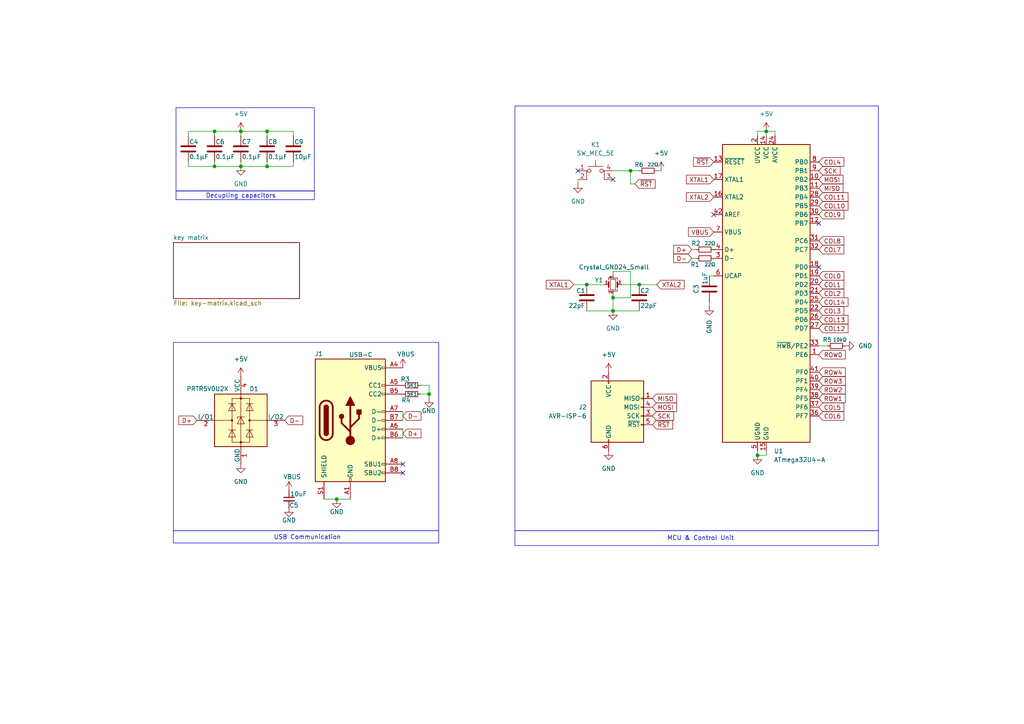
<source format=kicad_sch>
(kicad_sch (version 20231120) (generator "eeschema") (generator_version "8.0")
  (paper "A4")
  (title_block (title "InnoKB-x1") (date "2024-05-13") (rev "0") (company "Black Mesa Research Facility"))
  (lib_symbols
    (symbol "Connector:AVR-ISP-6" (pin_names (offset 1.016))
      (property "Reference" "J" (at -6.35 11.43 0))
      (property "Value" "AVR-ISP-6" (at 0 11.43 0))
      (symbol "AVR-ISP-6_0_1"
        (rectangle (start -2.667 -6.858) (end -2.413 -7.62))
        (rectangle (start -2.667 10.16) (end -2.413 9.398))
        (rectangle (start 7.62 -2.413) (end 6.858 -2.667))
        (rectangle (start 7.62 0.127) (end 6.858 -0.127))
        (rectangle (start 7.62 2.667) (end 6.858 2.413))
        (rectangle (start 7.62 5.207) (end 6.858 4.953))
        (rectangle (start 7.62 10.16) (end -7.62 -7.62) (stroke (width 0.254)) (fill (type background)))
      )
      (symbol "AVR-ISP-6_1_1"
        (pin passive line (at 10.16 5.08 180) (length 2.54) (name "MISO") (number "1"))
        (pin passive line (at -2.54 12.7 270) (length 2.54) (name "VCC") (number "2"))
        (pin passive line (at 10.16 0 180) (length 2.54) (name "SCK") (number "3"))
        (pin passive line (at 10.16 2.54 180) (length 2.54) (name "MOSI") (number "4"))
        (pin passive line (at 10.16 -2.54 180) (length 2.54) (name "~{RST}") (number "5"))
        (pin passive line (at -2.54 -10.16 90) (length 2.54) (name "GND") (number "6"))
      )
    )
    (symbol "Connector:USB_C_Receptacle_USB2.0" (pin_names (offset 1.016))
      (property "Reference" "J" (at -10.16 19.05 0))
      (property "Value" "USB_C_Receptacle_USB2.0" (at 19.05 19.05 0))
      (symbol "USB_C_Receptacle_USB2.0_0_0"
        (rectangle (start -0.254 -17.78) (end 0.254 -16.764))
        (rectangle (start 10.16 -14.986) (end 9.144 -15.494))
        (rectangle (start 10.16 -12.446) (end 9.144 -12.954))
        (rectangle (start 10.16 -4.826) (end 9.144 -5.334))
        (rectangle (start 10.16 -2.286) (end 9.144 -2.794))
        (rectangle (start 10.16 0.254) (end 9.144 -0.254))
        (rectangle (start 10.16 2.794) (end 9.144 2.286))
        (rectangle (start 10.16 7.874) (end 9.144 7.366))
        (rectangle (start 10.16 10.414) (end 9.144 9.906))
        (rectangle (start 10.16 15.494) (end 9.144 14.986))
      )
      (symbol "USB_C_Receptacle_USB2.0_0_1"
        (rectangle (start -10.16 17.78) (end 10.16 -17.78) (stroke (width 0.254)) (fill (type background)))
        (arc (start -8.89 -3.81) (mid -6.985 -5.7067) (end -5.08 -3.81) (stroke (width 0.508)))
        (arc (start -7.62 -3.81) (mid -6.985 -4.4423) (end -6.35 -3.81) (stroke (width 0.254)))
        (arc (start -7.62 -3.81) (mid -6.985 -4.4423) (end -6.35 -3.81) (stroke (width 0.254)) (fill (type outline)))
        (rectangle (start -7.62 -3.81) (end -6.35 3.81) (stroke (width 0.254)) (fill (type outline)))
        (arc (start -6.35 3.81) (mid -6.985 4.4423) (end -7.62 3.81) (stroke (width 0.254)))
        (arc (start -6.35 3.81) (mid -6.985 4.4423) (end -7.62 3.81) (stroke (width 0.254)) (fill (type outline)))
        (arc (start -5.08 3.81) (mid -6.985 5.7067) (end -8.89 3.81) (stroke (width 0.508)))
        (circle (center -2.54 1.143) (radius 0.635) (stroke (width 0.254)) (fill (type outline)))
        (circle (center 0 -5.842) (radius 1.27) (fill (type outline)))
        (polyline (pts (xy -8.89 -3.81) (xy -8.89 3.81)) (stroke (width 0.508)))
        (polyline (pts (xy -5.08 3.81) (xy -5.08 -3.81)) (stroke (width 0.508)))
        (polyline (pts (xy 0 -5.842) (xy 0 4.318)) (stroke (width 0.508)))
        (polyline (pts (xy 0 -3.302) (xy -2.54 -0.762) (xy -2.54 0.508)) (stroke (width 0.508)))
        (polyline (pts (xy 0 -2.032) (xy 2.54 0.508) (xy 2.54 1.778)) (stroke (width 0.508)))
        (polyline (pts (xy -1.27 4.318) (xy 0 6.858) (xy 1.27 4.318) (xy -1.27 4.318)) (stroke (width 0.254)) (fill (type outline)))
        (rectangle (start 1.905 1.778) (end 3.175 3.048) (stroke (width 0.254)) (fill (type outline)))
      )
      (symbol "USB_C_Receptacle_USB2.0_1_1"
        (pin passive line (at 0 -22.86 90) (length 5.08) (name "GND") (number "A1"))
        (pin passive line (at 0 -22.86 90) (length 5.08) hide (name "GND") (number "A12"))
        (pin passive line (at 15.24 15.24 180) (length 5.08) (name "VBUS") (number "A4"))
        (pin bidirectional line (at 15.24 10.16 180) (length 5.08) (name "CC1") (number "A5"))
        (pin bidirectional line (at 15.24 -2.54 180) (length 5.08) (name "D+") (number "A6"))
        (pin bidirectional line (at 15.24 2.54 180) (length 5.08) (name "D-") (number "A7"))
        (pin bidirectional line (at 15.24 -12.7 180) (length 5.08) (name "SBU1") (number "A8"))
        (pin passive line (at 15.24 15.24 180) (length 5.08) hide (name "VBUS") (number "A9"))
        (pin passive line (at 0 -22.86 90) (length 5.08) hide (name "GND") (number "B1"))
        (pin passive line (at 0 -22.86 90) (length 5.08) hide (name "GND") (number "B12"))
        (pin passive line (at 15.24 15.24 180) (length 5.08) hide (name "VBUS") (number "B4"))
        (pin bidirectional line (at 15.24 7.62 180) (length 5.08) (name "CC2") (number "B5"))
        (pin bidirectional line (at 15.24 -5.08 180) (length 5.08) (name "D+") (number "B6"))
        (pin bidirectional line (at 15.24 0 180) (length 5.08) (name "D-") (number "B7"))
        (pin bidirectional line (at 15.24 -15.24 180) (length 5.08) (name "SBU2") (number "B8"))
        (pin passive line (at 15.24 15.24 180) (length 5.08) hide (name "VBUS") (number "B9"))
        (pin passive line (at -7.62 -22.86 90) (length 5.08) (name "SHIELD") (number "S1"))
      )
    )
    (symbol "Device:C" (pin_numbers hide) (pin_names (offset 0.254))
      (property "Reference" "C" (at 0.635 2.54 0))
      (property "Value" "C" (at 0.635 -2.54 0))
      (symbol "C_0_1"
        (polyline (pts (xy -2.032 -0.762) (xy 2.032 -0.762)) (stroke (width 0.508)))
        (polyline (pts (xy -2.032 0.762) (xy 2.032 0.762)) (stroke (width 0.508)))
      )
      (symbol "C_1_1"
        (pin passive line (at 0 3.81 270) (length 2.794) (name "~") (number "1"))
        (pin passive line (at 0 -3.81 90) (length 2.794) (name "~") (number "2"))
      )
    )
    (symbol "Device:C_Small" (pin_numbers hide) (pin_names (offset 0.254) hide)
      (property "Reference" "C" (at 0.254 1.778 0))
      (property "Value" "C_Small" (at 0.254 -2.032 0))
      (symbol "C_Small_0_1"
        (polyline (pts (xy -1.524 -0.508) (xy 1.524 -0.508)) (stroke (width 0.3302)))
        (polyline (pts (xy -1.524 0.508) (xy 1.524 0.508)) (stroke (width 0.3048)))
      )
      (symbol "C_Small_1_1"
        (pin passive line (at 0 2.54 270) (length 2.032) (name "~") (number "1"))
        (pin passive line (at 0 -2.54 90) (length 2.032) (name "~") (number "2"))
      )
    )
    (symbol "Device:Crystal_GND24_Small" (pin_names (offset 1.016) hide)
      (property "Reference" "Y" (at 1.27 4.445 0))
      (property "Value" "Crystal_GND24_Small" (at 1.27 2.54 0))
      (symbol "Crystal_GND24_Small_0_1"
        (rectangle (start -0.762 -1.524) (end 0.762 1.524))
        (polyline (pts (xy -1.27 -0.762) (xy -1.27 0.762)) (stroke (width 0.381)))
        (polyline (pts (xy 1.27 -0.762) (xy 1.27 0.762)) (stroke (width 0.381)))
        (polyline (pts (xy -1.27 -1.27) (xy -1.27 -1.905) (xy 1.27 -1.905) (xy 1.27 -1.27)))
        (polyline (pts (xy -1.27 1.27) (xy -1.27 1.905) (xy 1.27 1.905) (xy 1.27 1.27)))
      )
      (symbol "Crystal_GND24_Small_1_1"
        (pin passive line (at -2.54 0 0) (length 1.27) (name "1") (number "1"))
        (pin passive line (at 0 -2.54 90) (length 0.635) (name "2") (number "2"))
        (pin passive line (at 2.54 0 180) (length 1.27) (name "3") (number "3"))
        (pin passive line (at 0 2.54 270) (length 0.635) (name "4") (number "4"))
      )
    )
    (symbol "Device:R_Small" (pin_numbers hide) (pin_names (offset 0.254) hide)
      (property "Reference" "R" (at 0.762 0.508 0))
      (property "Value" "R_Small" (at 0.762 -1.016 0))
      (symbol "R_Small_0_1"
        (rectangle (start -0.762 1.778) (end 0.762 -1.778) (stroke (width 0.2032)))
      )
      (symbol "R_Small_1_1"
        (pin passive line (at 0 2.54 270) (length 0.762) (name "~") (number "1"))
        (pin passive line (at 0 -2.54 90) (length 0.762) (name "~") (number "2"))
      )
    )
    (symbol "MCU_Microchip_ATmega:ATmega32U4-A"
      (property "Reference" "U" (at -12.7 44.45 0))
      (property "Value" "ATmega32U4-A" (at 2.54 -44.45 0))
      (symbol "ATmega32U4-A_0_1"
        (rectangle (start -12.7 -43.18) (end 12.7 43.18) (stroke (width 0.254)) (fill (type background)))
      )
      (symbol "ATmega32U4-A_1_1"
        (pin bidirectional line (at 15.24 -17.78 180) (length 2.54) (name "PE6") (number "1"))
        (pin bidirectional line (at 15.24 33.02 180) (length 2.54) (name "PB2") (number "10"))
        (pin bidirectional line (at 15.24 30.48 180) (length 2.54) (name "PB3") (number "11"))
        (pin bidirectional line (at 15.24 20.32 180) (length 2.54) (name "PB7") (number "12"))
        (pin input line (at -15.24 38.1 0) (length 2.54) (name "~{RESET}") (number "13"))
        (pin power_in line (at 0 45.72 270) (length 2.54) (name "VCC") (number "14"))
        (pin power_in line (at 0 -45.72 90) (length 2.54) (name "GND") (number "15"))
        (pin output line (at -15.24 27.94 0) (length 2.54) (name "XTAL2") (number "16"))
        (pin input line (at -15.24 33.02 0) (length 2.54) (name "XTAL1") (number "17"))
        (pin bidirectional line (at 15.24 7.62 180) (length 2.54) (name "PD0") (number "18"))
        (pin bidirectional line (at 15.24 5.08 180) (length 2.54) (name "PD1") (number "19"))
        (pin power_in line (at -2.54 45.72 270) (length 2.54) (name "UVCC") (number "2"))
        (pin bidirectional line (at 15.24 2.54 180) (length 2.54) (name "PD2") (number "20"))
        (pin bidirectional line (at 15.24 0 180) (length 2.54) (name "PD3") (number "21"))
        (pin bidirectional line (at 15.24 -5.08 180) (length 2.54) (name "PD5") (number "22"))
        (pin passive line (at 0 -45.72 90) (length 2.54) hide (name "GND") (number "23"))
        (pin power_in line (at 2.54 45.72 270) (length 2.54) (name "AVCC") (number "24"))
        (pin bidirectional line (at 15.24 -2.54 180) (length 2.54) (name "PD4") (number "25"))
        (pin bidirectional line (at 15.24 -7.62 180) (length 2.54) (name "PD6") (number "26"))
        (pin bidirectional line (at 15.24 -10.16 180) (length 2.54) (name "PD7") (number "27"))
        (pin bidirectional line (at 15.24 27.94 180) (length 2.54) (name "PB4") (number "28"))
        (pin bidirectional line (at 15.24 25.4 180) (length 2.54) (name "PB5") (number "29"))
        (pin bidirectional line (at -15.24 10.16 0) (length 2.54) (name "D-") (number "3"))
        (pin bidirectional line (at 15.24 22.86 180) (length 2.54) (name "PB6") (number "30"))
        (pin bidirectional line (at 15.24 15.24 180) (length 2.54) (name "PC6") (number "31"))
        (pin bidirectional line (at 15.24 12.7 180) (length 2.54) (name "PC7") (number "32"))
        (pin bidirectional line (at 15.24 -15.24 180) (length 2.54) (name "~{HWB}/PE2") (number "33"))
        (pin passive line (at 0 45.72 270) (length 2.54) hide (name "VCC") (number "34"))
        (pin passive line (at 0 -45.72 90) (length 2.54) hide (name "GND") (number "35"))
        (pin bidirectional line (at 15.24 -35.56 180) (length 2.54) (name "PF7") (number "36"))
        (pin bidirectional line (at 15.24 -33.02 180) (length 2.54) (name "PF6") (number "37"))
        (pin bidirectional line (at 15.24 -30.48 180) (length 2.54) (name "PF5") (number "38"))
        (pin bidirectional line (at 15.24 -27.94 180) (length 2.54) (name "PF4") (number "39"))
        (pin bidirectional line (at -15.24 12.7 0) (length 2.54) (name "D+") (number "4"))
        (pin bidirectional line (at 15.24 -25.4 180) (length 2.54) (name "PF1") (number "40"))
        (pin bidirectional line (at 15.24 -22.86 180) (length 2.54) (name "PF0") (number "41"))
        (pin passive line (at -15.24 22.86 0) (length 2.54) (name "AREF") (number "42"))
        (pin passive line (at 0 -45.72 90) (length 2.54) hide (name "GND") (number "43"))
        (pin passive line (at 2.54 45.72 270) (length 2.54) hide (name "AVCC") (number "44"))
        (pin passive line (at -2.54 -45.72 90) (length 2.54) (name "UGND") (number "5"))
        (pin passive line (at -15.24 5.08 0) (length 2.54) (name "UCAP") (number "6"))
        (pin input line (at -15.24 17.78 0) (length 2.54) (name "VBUS") (number "7"))
        (pin bidirectional line (at 15.24 38.1 180) (length 2.54) (name "PB0") (number "8"))
        (pin bidirectional line (at 15.24 35.56 180) (length 2.54) (name "PB1") (number "9"))
      )
    )
    (symbol "Power_Protection:PRTR5V0U2X" (pin_names (offset 0))
      (property "Reference" "D" (at 2.794 8.636 0))
      (property "Value" "PRTR5V0U2X" (at 8.128 -9.398 0))
      (symbol "PRTR5V0U2X_0_1"
        (rectangle (start -7.62 -7.62) (end 7.62 7.62) (stroke (width 0.254)) (fill (type background)))
        (circle (center -2.54 0) (radius 0.254) (fill (type outline)))
        (rectangle (start -2.54 6.35) (end 2.54 -6.35))
        (circle (center 0 -6.35) (radius 0.254) (fill (type outline)))
        (polyline (pts (xy -2.54 0) (xy -7.62 0)))
        (polyline (pts (xy -1.524 -2.794) (xy -3.556 -2.794)))
        (polyline (pts (xy -1.524 4.826) (xy -3.556 4.826)))
        (polyline (pts (xy 0 -7.62) (xy 0 7.62)))
        (polyline (pts (xy 1.524 -2.794) (xy 3.556 -2.794)))
        (polyline (pts (xy 1.524 4.826) (xy 3.556 4.826)))
        (polyline (pts (xy 2.54 0) (xy 7.62 0)))
        (polyline (pts (xy 1.016 1.016) (xy -1.016 1.016) (xy -1.016 0.508)))
        (polyline (pts (xy -3.556 -4.826) (xy -1.524 -4.826) (xy -2.54 -2.794) (xy -3.556 -4.826)))
        (polyline (pts (xy -3.556 2.794) (xy -1.524 2.794) (xy -2.54 4.826) (xy -3.556 2.794)))
        (polyline (pts (xy -1.016 -1.016) (xy 1.016 -1.016) (xy 0 1.016) (xy -1.016 -1.016)))
        (polyline (pts (xy 3.556 -4.826) (xy 1.524 -4.826) (xy 2.54 -2.794) (xy 3.556 -4.826)))
        (polyline (pts (xy 3.556 2.794) (xy 1.524 2.794) (xy 2.54 4.826) (xy 3.556 2.794)))
        (circle (center 0 6.35) (radius 0.254) (fill (type outline)))
        (circle (center 2.54 0) (radius 0.254) (fill (type outline)))
      )
      (symbol "PRTR5V0U2X_1_1"
        (pin passive line (at 0 -12.7 90) (length 5.08) (name "GND") (number "1"))
        (pin passive line (at -12.7 0 0) (length 5.08) (name "I/O1") (number "2"))
        (pin passive line (at 12.7 0 180) (length 5.08) (name "I/O2") (number "3"))
        (pin passive line (at 0 12.7 270) (length 5.08) (name "VCC") (number "4"))
      )
    )
    (symbol "Switch:SW_MEC_5E" (pin_names (offset 1.016) hide)
      (property "Reference" "SW" (at 0.635 5.715 0))
      (property "Value" "SW_MEC_5E" (at 0 -3.175 0))
      (symbol "SW_MEC_5E_0_1"
        (circle (center -1.778 2.54) (radius 0.508))
        (polyline (pts (xy -2.286 3.81) (xy 2.286 3.81)))
        (polyline (pts (xy 0 3.81) (xy 0 5.588)))
        (polyline (pts (xy -2.54 0) (xy -2.54 2.54) (xy -2.286 2.54)))
        (polyline (pts (xy 2.54 0) (xy 2.54 2.54) (xy 2.286 2.54)))
        (circle (center 1.778 2.54) (radius 0.508))
        (pin passive line (at -5.08 2.54 0) (length 2.54) (name "1") (number "1"))
        (pin passive line (at -5.08 0 0) (length 2.54) (name "2") (number "2"))
        (pin passive line (at 5.08 0 180) (length 2.54) (name "K") (number "3"))
        (pin passive line (at 5.08 2.54 180) (length 2.54) (name "A") (number "4"))
      )
    )
    (symbol "power:+5V" (power) (pin_numbers hide) (pin_names (offset 0) hide)
      (property "Value" "+5V" (at 0 3.556 0))
      (symbol "+5V_0_1"
        (polyline (pts (xy -0.762 1.27) (xy 0 2.54)))
        (polyline (pts (xy 0 0) (xy 0 2.54)))
        (polyline (pts (xy 0 2.54) (xy 0.762 1.27)))
      )
      (symbol "+5V_1_1"
        (pin power_in line (at 0 0 90) (length 0) (name "~") (number "1"))
      )
    )
    (symbol "power:GND" (power) (pin_numbers hide) (pin_names (offset 0) hide)
      (property "Value" "GND" (at 0 -3.81 0))
      (symbol "GND_0_1"
        (polyline (pts (xy 0 0) (xy 0 -1.27) (xy 1.27 -1.27) (xy 0 -2.54) (xy -1.27 -1.27) (xy 0 -1.27)))
      )
      (symbol "GND_1_1"
        (pin power_in line (at 0 0 270) (length 0) (name "~") (number "1"))
      )
    )
    (symbol "power:VBUS" (power) (pin_names (offset 0))
      (property "Value" "VBUS" (at 0 3.81 0))
      (symbol "VBUS_0_1"
        (polyline (pts (xy -0.762 1.27) (xy 0 2.54)))
        (polyline (pts (xy 0 0) (xy 0 2.54)))
        (polyline (pts (xy 0 2.54) (xy 0.762 1.27)))
      )
      (symbol "VBUS_1_1"
        (pin power_in line (at 0 0 90) (length 0) hide (name "VBUS") (number "1"))
      )
    )
  )
  (junction (at 222.25 38.1))
  (junction (at 62.23 38.1))
  (junction (at 124.46 114.3))
  (junction (at 177.8 90.17))
  (junction (at 185.42 82.55))
  (junction (at 170.18 82.55))
  (junction (at 97.663 144.78))
  (junction (at 69.85 48.26))
  (junction (at 219.71 132.08))
  (junction (at 77.47 48.26))
  (junction (at 77.47 38.1))
  (junction (at 177.8 86.36))
  (junction (at 182.88 49.53))
  (junction (at 69.85 38.1))
  (junction (at 62.23 48.26))
  (no_connect (at 177.8 52.07))
  (no_connect (at 116.84 134.62))
  (no_connect (at 207.01 62.23))
  (no_connect (at 237.49 77.47))
  (no_connect (at 167.64 49.53))
  (no_connect (at 237.49 64.77))
  (no_connect (at 116.84 137.16))
  (wire (pts (xy 54.61 48.26) (xy 62.23 48.26)))
  (wire (pts (xy 222.25 38.1) (xy 222.25 39.37)))
  (wire (pts (xy 54.61 38.1) (xy 62.23 38.1)))
  (wire (pts (xy 185.42 82.55) (xy 190.5 82.55)))
  (wire (pts (xy 182.88 78.74) (xy 182.88 86.36)))
  (wire (pts (xy 222.25 132.08) (xy 219.71 132.08)))
  (wire (pts (xy 69.85 38.1) (xy 77.47 38.1)))
  (wire (pts (xy 205.74 87.63) (xy 205.74 88.9)))
  (wire (pts (xy 124.46 111.76) (xy 121.92 111.76)))
  (wire (pts (xy 62.23 38.1) (xy 69.85 38.1)))
  (wire (pts (xy 93.98 144.78) (xy 97.663 144.78)))
  (wire (pts (xy 224.79 38.1) (xy 224.79 39.37)))
  (wire (pts (xy 85.09 38.1) (xy 85.09 39.37)))
  (wire (pts (xy 184.15 53.34) (xy 182.88 53.34)))
  (wire (pts (xy 219.71 132.08) (xy 219.71 130.81)))
  (wire (pts (xy 177.8 78.74) (xy 182.88 78.74)))
  (wire (pts (xy 124.46 114.3) (xy 121.92 114.3)))
  (wire (pts (xy 54.61 39.37) (xy 54.61 38.1)))
  (wire (pts (xy 62.23 46.99) (xy 62.23 48.26)))
  (wire (pts (xy 124.46 111.76) (xy 124.46 114.3)))
  (wire (pts (xy 222.25 130.81) (xy 222.25 132.08)))
  (wire (pts (xy 219.71 38.1) (xy 219.71 39.37)))
  (wire (pts (xy 182.88 49.53) (xy 182.88 53.34)))
  (wire (pts (xy 167.64 52.07) (xy 167.64 53.34)))
  (wire (pts (xy 177.8 86.36) (xy 182.88 86.36)))
  (wire (pts (xy 69.85 46.99) (xy 69.85 48.26)))
  (wire (pts (xy 170.18 90.17) (xy 177.8 90.17)))
  (wire (pts (xy 69.85 38.1) (xy 69.85 39.37)))
  (wire (pts (xy 177.8 49.53) (xy 182.88 49.53)))
  (wire (pts (xy 77.47 46.99) (xy 77.47 48.26)))
  (wire (pts (xy 85.09 48.26) (xy 85.09 46.99)))
  (wire (pts (xy 97.663 144.78) (xy 101.6 144.78)))
  (wire (pts (xy 124.46 115.57) (xy 124.46 114.3)))
  (wire (pts (xy 170.18 82.55) (xy 175.26 82.55)))
  (wire (pts (xy 205.74 80.01) (xy 207.01 80.01)))
  (wire (pts (xy 62.23 38.1) (xy 62.23 39.37)))
  (wire (pts (xy 177.8 86.36) (xy 177.8 90.17)))
  (wire (pts (xy 200.66 74.93) (xy 201.93 74.93)))
  (wire (pts (xy 222.25 38.1) (xy 219.71 38.1)))
  (wire (pts (xy 69.85 48.26) (xy 77.47 48.26)))
  (wire (pts (xy 177.8 90.17) (xy 185.42 90.17)))
  (wire (pts (xy 77.47 48.26) (xy 85.09 48.26)))
  (wire (pts (xy 116.84 119.38) (xy 116.84 121.92)))
  (wire (pts (xy 190.5 49.53) (xy 191.77 49.53)))
  (wire (pts (xy 62.23 48.26) (xy 69.85 48.26)))
  (wire (pts (xy 177.8 80.01) (xy 177.8 78.74)))
  (wire (pts (xy 180.34 82.55) (xy 185.42 82.55)))
  (wire (pts (xy 54.61 46.99) (xy 54.61 48.26)))
  (wire (pts (xy 116.84 124.46) (xy 116.84 127)))
  (wire (pts (xy 237.49 100.33) (xy 240.03 100.33)))
  (wire (pts (xy 200.66 72.39) (xy 201.93 72.39)))
  (wire (pts (xy 166.37 82.55) (xy 170.18 82.55)))
  (wire (pts (xy 177.8 85.09) (xy 177.8 86.36)))
  (wire (pts (xy 77.47 38.1) (xy 77.47 39.37)))
  (wire (pts (xy 222.25 38.1) (xy 224.79 38.1)))
  (wire (pts (xy 182.88 49.53) (xy 185.42 49.53)))
  (wire (pts (xy 77.47 38.1) (xy 85.09 38.1)))
  (rectangle (start 51.054 31.242) (end 91.186 55.372))
  (rectangle (start 149.352 153.924) (end 254.762 158.242))
  (rectangle (start 149.352 30.734) (end 254.762 153.924))
  (rectangle (start 50.292 99.314) (end 127.254 153.924))
  (rectangle (start 50.292 153.924) (end 127.254 157.48))
  (rectangle (start 51.054 55.372) (end 91.186 57.912))
  (text "USB Communication" (at 89.154 155.956 0) (effects (font (size 1.27 1.27))))
  (text "Decupling capacitors" (at 69.85 56.896 0) (effects (font (size 1.27 1.27))))
  (text "MCU & Control Unit" (at 203.2 156.21 0) (effects (font (size 1.27 1.27))))
  (global_label "ROW2" (shape input) (at 237.49 113.03 0) (property "Intersheetrefs" "${INTERSHEET_REFS}" (effects (hide yes))))
  (global_label "COL7" (shape input) (at 237.49 72.39 0) (property "Intersheetrefs" "${INTERSHEET_REFS}" (effects (hide yes))))
  (global_label "ROW1" (shape input) (at 237.49 115.57 0) (property "Intersheetrefs" "${INTERSHEET_REFS}" (effects (hide yes))))
  (global_label "ROW0" (shape input) (at 237.49 102.87 0) (property "Intersheetrefs" "${INTERSHEET_REFS}" (effects (hide yes))))
  (global_label "COL3" (shape input) (at 237.49 90.17 0) (property "Intersheetrefs" "${INTERSHEET_REFS}" (effects (hide yes))))
  (global_label "~{RST}" (shape input) (at 189.23 123.19 0) (property "Intersheetrefs" "${INTERSHEET_REFS}" (effects (hide yes))))
  (global_label "D+" (shape input) (at 200.66 72.39 180) (property "Intersheetrefs" "${INTERSHEET_REFS}" (effects (hide yes))))
  (global_label "COL1" (shape input) (at 237.49 82.55 0) (property "Intersheetrefs" "${INTERSHEET_REFS}" (effects (hide yes))))
  (global_label "COL13" (shape input) (at 237.49 92.71 0) (property "Intersheetrefs" "${INTERSHEET_REFS}" (effects (hide yes))))
  (global_label "D-" (shape input) (at 200.66 74.93 180) (property "Intersheetrefs" "${INTERSHEET_REFS}" (effects (hide yes))))
  (global_label "MOSI" (shape input) (at 237.49 52.07 0) (property "Intersheetrefs" "${INTERSHEET_REFS}" (effects (hide yes))))
  (global_label "ROW4" (shape input) (at 237.49 107.95 0) (property "Intersheetrefs" "${INTERSHEET_REFS}" (effects (hide yes))))
  (global_label "COL0" (shape input) (at 237.49 80.01 0) (property "Intersheetrefs" "${INTERSHEET_REFS}" (effects (hide yes))))
  (global_label "~{RST}" (shape input) (at 207.01 46.99 180) (property "Intersheetrefs" "${INTERSHEET_REFS}" (effects (hide yes))))
  (global_label "COL14" (shape input) (at 237.49 87.63 0) (property "Intersheetrefs" "${INTERSHEET_REFS}" (effects (hide yes))))
  (global_label "COL5" (shape input) (at 237.49 118.11 0) (property "Intersheetrefs" "${INTERSHEET_REFS}" (effects (hide yes))))
  (global_label "D+" (shape input) (at 116.84 125.73 0) (property "Intersheetrefs" "${INTERSHEET_REFS}" (effects (hide yes))))
  (global_label "COL2" (shape input) (at 237.49 85.09 0) (property "Intersheetrefs" "${INTERSHEET_REFS}" (effects (hide yes))))
  (global_label "COL8" (shape input) (at 237.49 69.85 0) (property "Intersheetrefs" "${INTERSHEET_REFS}" (effects (hide yes))))
  (global_label "~{RST}" (shape input) (at 184.15 53.34 0) (property "Intersheetrefs" "${INTERSHEET_REFS}" (effects (hide yes))))
  (global_label "MISO" (shape input) (at 189.23 115.57 0) (property "Intersheetrefs" "${INTERSHEET_REFS}" (effects (hide yes))))
  (global_label "COL11" (shape input) (at 237.49 57.15 0) (property "Intersheetrefs" "${INTERSHEET_REFS}" (effects (hide yes))))
  (global_label "MOSI" (shape input) (at 189.23 118.11 0) (property "Intersheetrefs" "${INTERSHEET_REFS}" (effects (hide yes))))
  (global_label "COL12" (shape input) (at 237.49 95.25 0) (property "Intersheetrefs" "${INTERSHEET_REFS}" (effects (hide yes))))
  (global_label "COL10" (shape input) (at 237.49 59.69 0) (property "Intersheetrefs" "${INTERSHEET_REFS}" (effects (hide yes))))
  (global_label "COL6" (shape input) (at 237.49 120.65 0) (property "Intersheetrefs" "${INTERSHEET_REFS}" (effects (hide yes))))
  (global_label "XTAL1" (shape input) (at 166.37 82.55 180) (property "Intersheetrefs" "${INTERSHEET_REFS}" (effects (hide yes))))
  (global_label "XTAL1" (shape input) (at 207.01 52.07 180) (property "Intersheetrefs" "${INTERSHEET_REFS}" (effects (hide yes))))
  (global_label "XTAL2" (shape input) (at 207.01 57.15 180) (property "Intersheetrefs" "${INTERSHEET_REFS}" (effects (hide yes))))
  (global_label "D-" (shape input) (at 82.55 121.92 0) (property "Intersheetrefs" "${INTERSHEET_REFS}" (effects (hide yes))))
  (global_label "SCK" (shape input) (at 237.49 49.53 0) (property "Intersheetrefs" "${INTERSHEET_REFS}" (effects (hide yes))))
  (global_label "COL4" (shape input) (at 237.49 46.99 0) (property "Intersheetrefs" "${INTERSHEET_REFS}" (effects (hide yes))))
  (global_label "MISO" (shape input) (at 237.49 54.61 0) (property "Intersheetrefs" "${INTERSHEET_REFS}" (effects (hide yes))))
  (global_label "SCK" (shape input) (at 189.23 120.65 0) (property "Intersheetrefs" "${INTERSHEET_REFS}" (effects (hide yes))))
  (global_label "D-" (shape input) (at 116.84 120.65 0) (property "Intersheetrefs" "${INTERSHEET_REFS}" (effects (hide yes))))
  (global_label "XTAL2" (shape input) (at 190.5 82.55 0) (property "Intersheetrefs" "${INTERSHEET_REFS}" (effects (hide yes))))
  (global_label "ROW3" (shape input) (at 237.49 110.49 0) (property "Intersheetrefs" "${INTERSHEET_REFS}" (effects (hide yes))))
  (global_label "VBUS" (shape input) (at 207.01 67.31 180) (property "Intersheetrefs" "${INTERSHEET_REFS}" (effects (hide yes))))
  (global_label "D+" (shape input) (at 57.15 121.92 180) (property "Intersheetrefs" "${INTERSHEET_REFS}" (effects (hide yes))))
  (global_label "COL9" (shape input) (at 237.49 62.23 0) (property "Intersheetrefs" "${INTERSHEET_REFS}" (effects (hide yes))))
  (symbol (lib_id "power:+5V") (at 69.85 109.22 0) (unit 1)
    (property "Reference" "#PWR019" (effects (hide yes)))
    (property "Value" "+5V" (at 69.85 104.14 0))
    (property "Description" "Power symbol creates a global label with name \"+5V\"" (effects (hide yes)))
  )
  (symbol (lib_id "Device:C") (at 205.74 83.82 180) (unit 1)
    (property "Reference" "C3" (at 201.93 83.82 90))
    (property "Value" "1uF" (at 204.47 80.772 90))
    (property "Footprint" "Capacitor_SMD:C_0805_2012Metric_Pad1.18x1.45mm_HandSolder" (effects (hide yes)))
    (property "Description" "Unpolarized capacitor" (effects (hide yes)))
  )
  (symbol (lib_id "power:GND") (at 124.46 115.57 0) (unit 1)
    (property "Reference" "#PWR09" (effects (hide yes)))
    (property "Value" "GND" (at 122.301 119.126 0) (effects (justify left)))
  )
  (symbol (lib_id "power:+5V") (at 191.77 49.53 0) (unit 1)
    (property "Reference" "#PWR014" (effects (hide yes)))
    (property "Value" "+5V" (at 191.77 44.45 0))
    (property "Description" "Power symbol creates a global label with name \"+5V\"" (effects (hide yes)))
  )
  (symbol (lib_id "Device:Crystal_GND24_Small") (at 177.8 82.55 0) (unit 1)
    (property "Reference" "Y1" (at 173.736 81.28 0))
    (property "Value" "Crystal_GND24_Small" (at 178.054 77.47 0))
    (property "Footprint" "Crystal:Crystal_HC49-U-3Pin_Vertical" (effects (hide yes)))
    (property "Description" "Four pin crystal, GND on pins 2 and 4, small symbol" (effects (hide yes)))
  )
  (symbol (lib_id "Device:C") (at 77.47 43.18 0) (unit 1)
    (property "Reference" "C8" (at 77.724 41.148 0) (effects (justify left)))
    (property "Value" "0.1μF" (at 77.724 45.466 0) (effects (justify left)))
    (property "Footprint" "Capacitor_SMD:C_0805_2012Metric_Pad1.18x1.45mm_HandSolder" (effects (hide yes)))
    (property "Description" "Unpolarized capacitor" (effects (hide yes)))
  )
  (symbol (lib_id "power:GND") (at 69.85 134.62 0) (unit 1)
    (property "Reference" "#PWR017" (effects (hide yes)))
    (property "Value" "GND" (at 69.85 139.7 0))
    (property "Description" "Power symbol creates a global label with name \"GND\" , ground" (effects (hide yes)))
  )
  (symbol (lib_id "Device:R_Small") (at 204.47 74.93 90) (unit 1)
    (property "Reference" "R1" (at 202.946 76.708 90) (effects (justify left)))
    (property "Value" "22Ω" (at 207.518 76.708 90) (effects (font (size 1 1)) (justify left)))
    (property "Footprint" "Capacitor_SMD:C_0805_2012Metric_Pad1.18x1.45mm_HandSolder" (effects (hide yes)))
  )
  (symbol (lib_id "Device:C") (at 54.61 43.18 0) (unit 1)
    (property "Reference" "C4" (at 54.864 41.148 0) (effects (justify left)))
    (property "Value" "0.1μF" (at 54.864 45.466 0) (effects (justify left)))
    (property "Footprint" "Capacitor_SMD:C_0805_2012Metric_Pad1.18x1.45mm_HandSolder" (effects (hide yes)))
    (property "Description" "Unpolarized capacitor" (effects (hide yes)))
  )
  (symbol (lib_id "power:VBUS") (at 83.82 142.24 0) (unit 1)
    (property "Reference" "#PWR012" (effects (hide yes)))
    (property "Value" "VBUS" (at 84.709 138.303 0))
  )
  (symbol (lib_id "Connector:USB_C_Receptacle_USB2.0") (at 101.6 121.92 0) (unit 1)
    (property "Reference" "J1" (at 92.456 102.616 0))
    (property "Value" "USB-C" (at 104.648 102.87 0))
    (property "Footprint" "KiCad:GSB1C41110SSHR" (effects (hide yes)))
    (property "Datasheet" "https://www.usb.org/sites/default/files/documents/usb_type-c.zip" (effects (hide yes)))
  )
  (symbol (lib_id "power:+5V") (at 69.85 38.1 0) (unit 1)
    (property "Reference" "#PWR03" (effects (hide yes)))
    (property "Value" "+5V" (at 69.85 33.02 0))
    (property "Description" "Power symbol creates a global label with name \"+5V\"" (effects (hide yes)))
  )
  (symbol (lib_id "power:+5V") (at 176.53 107.95 0) (unit 1)
    (property "Reference" "#PWR010" (effects (hide yes)))
    (property "Value" "+5V" (at 176.53 102.87 0))
    (property "Description" "Power symbol creates a global label with name \"+5V\"" (effects (hide yes)))
  )
  (symbol (lib_id "Device:C") (at 85.09 43.18 0) (unit 1)
    (property "Reference" "C9" (at 85.344 41.148 0) (effects (justify left)))
    (property "Value" "10μF" (at 85.344 45.466 0) (effects (justify left)))
    (property "Footprint" "Capacitor_SMD:C_0805_2012Metric_Pad1.18x1.45mm_HandSolder" (effects (hide yes)))
    (property "Description" "Unpolarized capacitor" (effects (hide yes)))
  )
  (symbol (lib_id "power:GND") (at 83.82 147.32 0) (unit 1)
    (property "Reference" "#PWR013" (effects (hide yes)))
    (property "Value" "GND" (at 81.788 150.876 0) (effects (justify left)))
  )
  (symbol (lib_id "Device:C") (at 62.23 43.18 0) (unit 1)
    (property "Reference" "C6" (at 62.484 41.148 0) (effects (justify left)))
    (property "Value" "0.1μF" (at 62.484 45.466 0) (effects (justify left)))
    (property "Footprint" "Capacitor_SMD:C_0805_2012Metric_Pad1.18x1.45mm_HandSolder" (effects (hide yes)))
    (property "Description" "Unpolarized capacitor" (effects (hide yes)))
  )
  (symbol (lib_id "power:GND") (at 205.74 88.9 0) (unit 1)
    (property "Reference" "#PWR04" (effects (hide yes)))
    (property "Value" "GND" (at 205.7399 92.71 90) (effects (justify right)))
    (property "Description" "Power symbol creates a global label with name \"GND\" , ground" (effects (hide yes)))
  )
  (symbol (lib_id "Device:R_Small") (at 187.96 49.53 90) (unit 1)
    (property "Reference" "R6" (at 186.69 47.752 90) (effects (justify left)))
    (property "Value" "22Ω" (at 191.008 47.752 90) (effects (font (size 1 1)) (justify left)))
    (property "Footprint" "Capacitor_SMD:C_0805_2012Metric_Pad1.18x1.45mm_HandSolder" (effects (hide yes)))
  )
  (symbol (lib_id "power:GND") (at 176.53 130.81 0) (unit 1)
    (property "Reference" "#PWR011" (effects (hide yes)))
    (property "Value" "GND" (at 176.53 135.89 0))
    (property "Description" "Power symbol creates a global label with name \"GND\" , ground" (effects (hide yes)))
  )
  (symbol (lib_id "Device:C") (at 69.85 43.18 0) (unit 1)
    (property "Reference" "C7" (at 70.104 41.148 0) (effects (justify left)))
    (property "Value" "0.1μF" (at 70.104 45.466 0) (effects (justify left)))
    (property "Footprint" "Capacitor_SMD:C_0805_2012Metric_Pad1.18x1.45mm_HandSolder" (effects (hide yes)))
    (property "Description" "Unpolarized capacitor" (effects (hide yes)))
  )
  (symbol (lib_id "power:GND") (at 167.64 53.34 0) (unit 1)
    (property "Reference" "#PWR015" (effects (hide yes)))
    (property "Value" "GND" (at 167.64 58.42 0))
    (property "Description" "Power symbol creates a global label with name \"GND\" , ground" (effects (hide yes)))
  )
  (symbol (lib_id "power:GND") (at 219.71 132.08 0) (unit 1)
    (property "Reference" "#PWR05" (effects (hide yes)))
    (property "Value" "GND" (at 219.71 137.16 0))
    (property "Description" "Power symbol creates a global label with name \"GND\" , ground" (effects (hide yes)))
  )
  (symbol (lib_id "MCU_Microchip_ATmega:ATmega32U4-A") (at 222.25 85.09 0) (unit 1)
    (property "Reference" "U1" (at 224.4441 130.81 0) (effects (justify left)))
    (property "Value" "ATmega32U4-A" (at 224.4441 133.35 0) (effects (justify left)))
    (property "Footprint" "Package_QFP:TQFP-44_10x10mm_P0.8mm" (effects (hide yes)))
    (property "Datasheet" "http://ww1.microchip.com/downloads/en/DeviceDoc/Atmel-7766-8-bit-AVR-ATmega16U4-32U4_Datasheet.pdf" (effects (hide yes)))
    (property "Description" "16MHz, 32kB Flash, 2.5kB SRAM, 1kB EEPROM, USB 2.0, TQFP-44" (effects (hide yes)))
  )
  (symbol (lib_id "Device:C") (at 170.18 86.36 0) (unit 1)
    (property "Reference" "C1" (at 167.132 84.328 0) (effects (justify left)))
    (property "Value" "22pF" (at 164.846 88.646 0) (effects (justify left)))
    (property "Footprint" "Capacitor_SMD:C_0805_2012Metric_Pad1.18x1.45mm_HandSolder" (effects (hide yes)))
    (property "Description" "Unpolarized capacitor" (effects (hide yes)))
  )
  (symbol (lib_id "power:GND") (at 177.8 90.17 0) (unit 1)
    (property "Reference" "#PWR01" (effects (hide yes)))
    (property "Value" "GND" (at 177.8 95.25 0))
    (property "Description" "Power symbol creates a global label with name \"GND\" , ground" (effects (hide yes)))
  )
  (symbol (lib_id "Device:C") (at 185.42 86.36 0) (unit 1)
    (property "Reference" "C2" (at 185.674 84.328 0) (effects (justify left)))
    (property "Value" "22pF" (at 185.674 88.646 0) (effects (justify left)))
    (property "Footprint" "Capacitor_SMD:C_0805_2012Metric_Pad1.18x1.45mm_HandSolder" (effects (hide yes)))
    (property "Description" "Unpolarized capacitor" (effects (hide yes)))
  )
  (symbol (lib_id "Switch:SW_MEC_5E") (at 172.72 52.07 0) (unit 1)
    (property "Reference" "K1" (at 172.72 41.91 0))
    (property "Value" "SW_MEC_5E" (at 172.72 44.45 0))
    (property "Footprint" "Button_Switch_THT:SW_PUSH_6mm" (effects (hide yes)))
    (property "Datasheet" "http://www.apem.com/int/index.php?controller=attachment&id_attachment=1371" (effects (hide yes)))
    (property "Description" "MEC 5E single pole normally-open tactile switch" (effects (hide yes)))
  )
  (symbol (lib_id "Device:R_Small") (at 119.38 114.3 90) (unit 1)
    (property "Reference" "R4" (at 119.126 116.078 90) (effects (justify left)))
    (property "Value" "5K1" (at 121.031 114.3 90) (effects (font (size 1 1)) (justify left)))
    (property "Footprint" "Capacitor_SMD:C_0805_2012Metric_Pad1.18x1.45mm_HandSolder" (effects (hide yes)))
  )
  (symbol (lib_id "power:GND") (at 245.11 100.33 90) (unit 1)
    (property "Reference" "#PWR018" (effects (hide yes)))
    (property "Value" "GND" (at 248.92 100.3299 90) (effects (justify right)))
    (property "Description" "Power symbol creates a global label with name \"GND\" , ground" (effects (hide yes)))
  )
  (symbol (lib_id "Connector:AVR-ISP-6") (at 179.07 120.65 0) (unit 1)
    (property "Reference" "J2" (at 170.18 118.1099 0) (effects (justify right)))
    (property "Value" "AVR-ISP-6" (at 170.18 120.6499 0) (effects (justify right)))
    (property "Footprint" "Connector_PinHeader_1.27mm:PinHeader_1x06_P1.27mm_Vertical" (effects (hide yes)))
    (property "Datasheet" " ~" (effects (hide yes)))
    (property "Description" "Atmel 6-pin ISP connector" (effects (hide yes)))
  )
  (symbol (lib_id "power:+5V") (at 222.25 38.1 0) (unit 1)
    (property "Reference" "#PWR02" (effects (hide yes)))
    (property "Value" "+5V" (at 222.25 33.02 0))
    (property "Description" "Power symbol creates a global label with name \"+5V\"" (effects (hide yes)))
  )
  (symbol (lib_id "Device:R_Small") (at 119.38 111.76 90) (unit 1)
    (property "Reference" "R3" (at 118.872 109.982 90) (effects (justify left)))
    (property "Value" "5K1" (at 121.031 111.76 90) (effects (font (size 1 1)) (justify left)))
    (property "Footprint" "Capacitor_SMD:C_0805_2012Metric_Pad1.18x1.45mm_HandSolder" (effects (hide yes)))
  )
  (symbol (lib_id "Device:R_Small") (at 242.57 100.33 90) (unit 1)
    (property "Reference" "R5" (at 241.3 98.552 90) (effects (justify left)))
    (property "Value" "10kΩ" (at 245.618 98.552 90) (effects (font (size 1 1)) (justify left)))
    (property "Footprint" "Capacitor_SMD:C_0805_2012Metric_Pad1.18x1.45mm_HandSolder" (effects (hide yes)))
  )
  (symbol (lib_id "Device:R_Small") (at 204.47 72.39 90) (unit 1)
    (property "Reference" "R2" (at 203.2 70.612 90) (effects (justify left)))
    (property "Value" "22Ω" (at 207.518 70.612 90) (effects (font (size 1 1)) (justify left)))
    (property "Footprint" "Capacitor_SMD:C_0805_2012Metric_Pad1.18x1.45mm_HandSolder" (effects (hide yes)))
  )
  (symbol (lib_id "Device:C_Small") (at 83.82 144.78 0) (mirror y) (unit 1)
    (property "Reference" "C5" (at 86.614 146.558 0) (effects (justify left)))
    (property "Value" "10uF" (at 89.027 143.256 0) (effects (justify left)))
    (property "Footprint" "Capacitor_SMD:C_0805_2012Metric_Pad1.18x1.45mm_HandSolder" (effects (hide yes)))
  )
  (symbol (lib_id "power:GND") (at 97.663 144.78 0) (unit 1)
    (property "Reference" "#PWR07" (effects (hide yes)))
    (property "Value" "GND" (at 95.631 148.463 0) (effects (justify left)))
  )
  (symbol (lib_id "power:GND") (at 69.85 48.26 0) (unit 1)
    (property "Reference" "#PWR06" (effects (hide yes)))
    (property "Value" "GND" (at 69.85 53.34 0))
    (property "Description" "Power symbol creates a global label with name \"GND\" , ground" (effects (hide yes)))
  )
  (symbol (lib_id "Power_Protection:PRTR5V0U2X") (at 69.85 121.92 0) (unit 1)
    (property "Reference" "D1" (at 73.66 112.776 0))
    (property "Value" "PRTR5V0U2X" (at 60.198 112.776 0))
    (property "Footprint" "Package_TO_SOT_SMD:SOT-143" (effects (hide yes)))
    (property "Datasheet" "https://assets.nexperia.com/documents/data-sheet/PRTR5V0U2X.pdf" (effects (hide yes)))
    (property "Description" "Ultra low capacitance double rail-to-rail ESD protection diode, SOT-143" (effects (hide yes)))
  )
  (symbol (lib_id "power:VBUS") (at 116.84 106.68 0) (unit 1)
    (property "Reference" "#PWR08" (effects (hide yes)))
    (property "Value" "VBUS" (at 117.729 102.743 0))
  )
  (sheet (at 50.292 70.358) (size 36.576 16.256) (stroke (width 0.1524))
    (property "Sheetname" "key matrix" (at 50.292 69.6464 0) (effects (justify left bottom)))
    (property "Sheetfile" "key-matrix.kicad_sch" (at 50.292 87.1986 0) (effects (justify left top)))
  )
)
</source>
